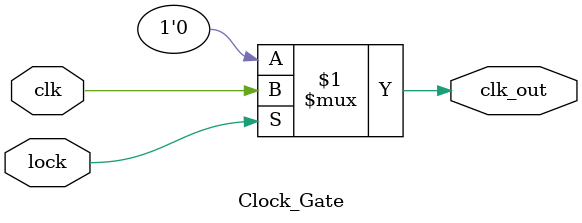
<source format=v>
module Clock_Gate (
    input  wire clk,    // ÊäÈëÊ±ÖÓÐÅºÅ
    input  wire lock,   // Ê¹ÄÜÐÅºÅ
    output wire clk_out // Êä³öÊ±ÖÓÐÅºÅ
);

    assign clk_out = lock ? clk : 1'b0;

endmodule
</source>
